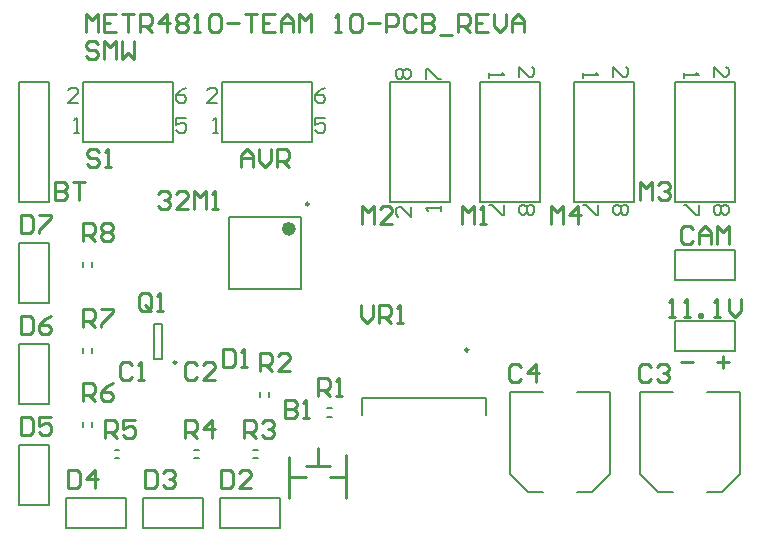
<source format=gto>
G04 Layer_Color=65535*
%FSLAX24Y24*%
%MOIN*%
G70*
G01*
G75*
%ADD29C,0.0236*%
%ADD30C,0.0098*%
%ADD31C,0.0100*%
%ADD32C,0.0079*%
%ADD33C,0.0080*%
D29*
X8602Y10945D02*
G03*
X8602Y10945I-118J0D01*
G01*
D30*
X9154Y11772D02*
G03*
X9154Y11772I-49J0D01*
G01*
X14465Y6909D02*
G03*
X14465Y6909I-49J0D01*
G01*
X4734Y6496D02*
G03*
X4734Y6496I-49J0D01*
G01*
D31*
X8504Y1969D02*
Y3346D01*
X10394Y1969D02*
Y3396D01*
X9843Y2657D02*
X10394D01*
X8504D02*
X9055D01*
Y3051D02*
X9843D01*
X9449D02*
Y3642D01*
X2132Y17114D02*
X2032Y17214D01*
X1832D01*
X1732Y17114D01*
Y17014D01*
X1832Y16914D01*
X2032D01*
X2132Y16814D01*
Y16714D01*
X2032Y16614D01*
X1832D01*
X1732Y16714D01*
X2332Y16614D02*
Y17214D01*
X2532Y17014D01*
X2732Y17214D01*
Y16614D01*
X2932Y17214D02*
Y16614D01*
X3132Y16814D01*
X3332Y16614D01*
Y17214D01*
X1732Y17500D02*
Y18100D01*
X1932Y17900D01*
X2132Y18100D01*
Y17500D01*
X2732Y18100D02*
X2332D01*
Y17500D01*
X2732D01*
X2332Y17800D02*
X2532D01*
X2932Y18100D02*
X3332D01*
X3132D01*
Y17500D01*
X3532D02*
Y18100D01*
X3832D01*
X3932Y18000D01*
Y17800D01*
X3832Y17700D01*
X3532D01*
X3732D02*
X3932Y17500D01*
X4431D02*
Y18100D01*
X4132Y17800D01*
X4531D01*
X4731Y18000D02*
X4831Y18100D01*
X5031D01*
X5131Y18000D01*
Y17900D01*
X5031Y17800D01*
X5131Y17700D01*
Y17600D01*
X5031Y17500D01*
X4831D01*
X4731Y17600D01*
Y17700D01*
X4831Y17800D01*
X4731Y17900D01*
Y18000D01*
X4831Y17800D02*
X5031D01*
X5331Y17500D02*
X5531D01*
X5431D01*
Y18100D01*
X5331Y18000D01*
X5831D02*
X5931Y18100D01*
X6131D01*
X6231Y18000D01*
Y17600D01*
X6131Y17500D01*
X5931D01*
X5831Y17600D01*
Y18000D01*
X6431Y17800D02*
X6831D01*
X7031Y18100D02*
X7430D01*
X7230D01*
Y17500D01*
X8030Y18100D02*
X7630D01*
Y17500D01*
X8030D01*
X7630Y17800D02*
X7830D01*
X8230Y17500D02*
Y17900D01*
X8430Y18100D01*
X8630Y17900D01*
Y17500D01*
Y17800D01*
X8230D01*
X8830Y17500D02*
Y18100D01*
X9030Y17900D01*
X9230Y18100D01*
Y17500D01*
X10030D02*
X10230D01*
X10130D01*
Y18100D01*
X10030Y18000D01*
X10529D02*
X10629Y18100D01*
X10829D01*
X10929Y18000D01*
Y17600D01*
X10829Y17500D01*
X10629D01*
X10529Y17600D01*
Y18000D01*
X11129Y17800D02*
X11529D01*
X11729Y17500D02*
Y18100D01*
X12029D01*
X12129Y18000D01*
Y17800D01*
X12029Y17700D01*
X11729D01*
X12729Y18000D02*
X12629Y18100D01*
X12429D01*
X12329Y18000D01*
Y17600D01*
X12429Y17500D01*
X12629D01*
X12729Y17600D01*
X12929Y18100D02*
Y17500D01*
X13229D01*
X13329Y17600D01*
Y17700D01*
X13229Y17800D01*
X12929D01*
X13229D01*
X13329Y17900D01*
Y18000D01*
X13229Y18100D01*
X12929D01*
X13528Y17400D02*
X13928D01*
X14128Y17500D02*
Y18100D01*
X14428D01*
X14528Y18000D01*
Y17800D01*
X14428Y17700D01*
X14128D01*
X14328D02*
X14528Y17500D01*
X15128Y18100D02*
X14728D01*
Y17500D01*
X15128D01*
X14728Y17800D02*
X14928D01*
X15328Y18100D02*
Y17700D01*
X15528Y17500D01*
X15728Y17700D01*
Y18100D01*
X15928Y17500D02*
Y17900D01*
X16128Y18100D01*
X16328Y17900D01*
Y17500D01*
Y17800D01*
X15928D01*
X21142Y8012D02*
X21342D01*
X21242D01*
Y8612D01*
X21142Y8512D01*
X21642Y8012D02*
X21842D01*
X21742D01*
Y8612D01*
X21642Y8512D01*
X22141Y8012D02*
Y8112D01*
X22241D01*
Y8012D01*
X22141D01*
X22641D02*
X22841D01*
X22741D01*
Y8612D01*
X22641Y8512D01*
X23141Y8612D02*
Y8212D01*
X23341Y8012D01*
X23541Y8212D01*
Y8612D01*
X8366Y5226D02*
Y4626D01*
X8666D01*
X8766Y4726D01*
Y4826D01*
X8666Y4926D01*
X8366D01*
X8666D01*
X8766Y5026D01*
Y5126D01*
X8666Y5226D01*
X8366D01*
X8966Y4626D02*
X9166D01*
X9066D01*
Y5226D01*
X8966Y5126D01*
X21955Y10933D02*
X21855Y11033D01*
X21655D01*
X21555Y10933D01*
Y10533D01*
X21655Y10433D01*
X21855D01*
X21955Y10533D01*
X22155Y10433D02*
Y10833D01*
X22355Y11033D01*
X22555Y10833D01*
Y10433D01*
Y10733D01*
X22155D01*
X22755Y10433D02*
Y11033D01*
X22955Y10833D01*
X23155Y11033D01*
Y10433D01*
X21565Y6491D02*
X21965D01*
X22765D02*
X23164D01*
X22965Y6691D02*
Y6291D01*
X5420Y6405D02*
X5320Y6505D01*
X5120D01*
X5020Y6405D01*
Y6005D01*
X5120Y5906D01*
X5320D01*
X5420Y6005D01*
X6019Y5906D02*
X5619D01*
X6019Y6305D01*
Y6405D01*
X5919Y6505D01*
X5719D01*
X5619Y6405D01*
X3254D02*
X3154Y6505D01*
X2954D01*
X2854Y6405D01*
Y6005D01*
X2954Y5906D01*
X3154D01*
X3254Y6005D01*
X3454Y5906D02*
X3654D01*
X3554D01*
Y6505D01*
X3454Y6405D01*
X689Y12509D02*
Y11909D01*
X989D01*
X1089Y12009D01*
Y12109D01*
X989Y12209D01*
X689D01*
X989D01*
X1089Y12309D01*
Y12409D01*
X989Y12509D01*
X689D01*
X1289D02*
X1689D01*
X1489D01*
Y11909D01*
X2172Y13492D02*
X2072Y13592D01*
X1872D01*
X1772Y13492D01*
Y13392D01*
X1872Y13292D01*
X2072D01*
X2172Y13192D01*
Y13092D01*
X2072Y12992D01*
X1872D01*
X1772Y13092D01*
X2371Y12992D02*
X2571D01*
X2471D01*
Y13592D01*
X2371Y13492D01*
X4134Y12114D02*
X4234Y12214D01*
X4434D01*
X4534Y12114D01*
Y12014D01*
X4434Y11914D01*
X4334D01*
X4434D01*
X4534Y11814D01*
Y11714D01*
X4434Y11614D01*
X4234D01*
X4134Y11714D01*
X5134Y11614D02*
X4734D01*
X5134Y12014D01*
Y12114D01*
X5034Y12214D01*
X4834D01*
X4734Y12114D01*
X5333Y11614D02*
Y12214D01*
X5533Y12014D01*
X5733Y12214D01*
Y11614D01*
X5933D02*
X6133D01*
X6033D01*
Y12214D01*
X5933Y12114D01*
X20177Y11909D02*
Y12509D01*
X20377Y12309D01*
X20577Y12509D01*
Y11909D01*
X20777Y12409D02*
X20877Y12509D01*
X21077D01*
X21177Y12409D01*
Y12309D01*
X21077Y12209D01*
X20977D01*
X21077D01*
X21177Y12109D01*
Y12009D01*
X21077Y11909D01*
X20877D01*
X20777Y12009D01*
X17224Y11122D02*
Y11722D01*
X17424Y11522D01*
X17624Y11722D01*
Y11122D01*
X18124D02*
Y11722D01*
X17824Y11422D01*
X18224D01*
X14272Y11122D02*
Y11722D01*
X14472Y11522D01*
X14672Y11722D01*
Y11122D01*
X14871D02*
X15071D01*
X14971D01*
Y11722D01*
X14871Y11622D01*
X10925Y11122D02*
Y11722D01*
X11125Y11522D01*
X11325Y11722D01*
Y11122D01*
X11925D02*
X11525D01*
X11925Y11522D01*
Y11622D01*
X11825Y11722D01*
X11625D01*
X11525Y11622D01*
X6890Y12992D02*
Y13392D01*
X7090Y13592D01*
X7290Y13392D01*
Y12992D01*
Y13292D01*
X6890D01*
X7490Y13592D02*
Y13192D01*
X7690Y12992D01*
X7889Y13192D01*
Y13592D01*
X8089Y12992D02*
Y13592D01*
X8389D01*
X8489Y13492D01*
Y13292D01*
X8389Y13192D01*
X8089D01*
X8289D02*
X8489Y12992D01*
X10892Y8404D02*
Y8005D01*
X11092Y7805D01*
X11292Y8005D01*
Y8404D01*
X11492Y7805D02*
Y8404D01*
X11792D01*
X11892Y8304D01*
Y8105D01*
X11792Y8005D01*
X11492D01*
X11692D02*
X11892Y7805D01*
X12092D02*
X12292D01*
X12192D01*
Y8404D01*
X12092Y8304D01*
X1636Y10537D02*
Y11137D01*
X1936D01*
X2036Y11037D01*
Y10837D01*
X1936Y10737D01*
X1636D01*
X1836D02*
X2036Y10537D01*
X2236Y11037D02*
X2336Y11137D01*
X2536D01*
X2636Y11037D01*
Y10937D01*
X2536Y10837D01*
X2636Y10737D01*
Y10637D01*
X2536Y10537D01*
X2336D01*
X2236Y10637D01*
Y10737D01*
X2336Y10837D01*
X2236Y10937D01*
Y11037D01*
X2336Y10837D02*
X2536D01*
X1632Y7680D02*
Y8280D01*
X1932D01*
X2032Y8180D01*
Y7980D01*
X1932Y7880D01*
X1632D01*
X1832D02*
X2032Y7680D01*
X2231Y8280D02*
X2631D01*
Y8180D01*
X2231Y7780D01*
Y7680D01*
X1632Y5219D02*
Y5819D01*
X1932D01*
X2032Y5719D01*
Y5519D01*
X1932Y5419D01*
X1632D01*
X1832D02*
X2032Y5219D01*
X2631Y5819D02*
X2431Y5719D01*
X2231Y5519D01*
Y5319D01*
X2331Y5219D01*
X2531D01*
X2631Y5319D01*
Y5419D01*
X2531Y5519D01*
X2231D01*
X2361Y3980D02*
Y4580D01*
X2661D01*
X2761Y4480D01*
Y4280D01*
X2661Y4180D01*
X2361D01*
X2561D02*
X2761Y3980D01*
X3361Y4580D02*
X2961D01*
Y4280D01*
X3161Y4380D01*
X3261D01*
X3361Y4280D01*
Y4080D01*
X3261Y3980D01*
X3061D01*
X2961Y4080D01*
X5018Y3986D02*
Y4586D01*
X5318D01*
X5418Y4486D01*
Y4286D01*
X5318Y4186D01*
X5018D01*
X5218D02*
X5418Y3986D01*
X5918D02*
Y4586D01*
X5618Y4286D01*
X6018D01*
X6995Y3986D02*
Y4586D01*
X7295D01*
X7395Y4486D01*
Y4286D01*
X7295Y4186D01*
X6995D01*
X7195D02*
X7395Y3986D01*
X7595Y4486D02*
X7695Y4586D01*
X7894D01*
X7994Y4486D01*
Y4386D01*
X7894Y4286D01*
X7794D01*
X7894D01*
X7994Y4186D01*
Y4086D01*
X7894Y3986D01*
X7695D01*
X7595Y4086D01*
X7537Y6203D02*
Y6803D01*
X7837D01*
X7937Y6703D01*
Y6503D01*
X7837Y6403D01*
X7537D01*
X7737D02*
X7937Y6203D01*
X8537D02*
X8137D01*
X8537Y6603D01*
Y6703D01*
X8437Y6803D01*
X8237D01*
X8137Y6703D01*
X9449Y5362D02*
Y5961D01*
X9749D01*
X9849Y5861D01*
Y5661D01*
X9749Y5562D01*
X9449D01*
X9649D02*
X9849Y5362D01*
X10049D02*
X10249D01*
X10149D01*
Y5961D01*
X10049Y5861D01*
X3874Y8305D02*
Y8705D01*
X3774Y8805D01*
X3574D01*
X3474Y8705D01*
Y8305D01*
X3574Y8205D01*
X3774D01*
X3674Y8405D02*
X3874Y8205D01*
X3774D02*
X3874Y8305D01*
X4074Y8205D02*
X4274D01*
X4174D01*
Y8805D01*
X4074Y8705D01*
X-440Y11396D02*
Y10796D01*
X-140D01*
X-40Y10896D01*
Y11296D01*
X-140Y11396D01*
X-440D01*
X160D02*
X560D01*
Y11296D01*
X160Y10896D01*
Y10796D01*
X-444Y8030D02*
Y7431D01*
X-144D01*
X-44Y7531D01*
Y7930D01*
X-144Y8030D01*
X-444D01*
X556D02*
X356Y7930D01*
X156Y7731D01*
Y7531D01*
X256Y7431D01*
X456D01*
X556Y7531D01*
Y7631D01*
X456Y7731D01*
X156D01*
X-440Y4688D02*
Y4088D01*
X-140D01*
X-40Y4188D01*
Y4588D01*
X-140Y4688D01*
X-440D01*
X560D02*
X160D01*
Y4388D01*
X360Y4488D01*
X460D01*
X560Y4388D01*
Y4188D01*
X460Y4088D01*
X260D01*
X160Y4188D01*
X1124Y2916D02*
Y2316D01*
X1424D01*
X1524Y2416D01*
Y2816D01*
X1424Y2916D01*
X1124D01*
X2023Y2316D02*
Y2916D01*
X1724Y2616D01*
X2123D01*
X3679Y2916D02*
Y2316D01*
X3979D01*
X4079Y2416D01*
Y2816D01*
X3979Y2916D01*
X3679D01*
X4279Y2816D02*
X4379Y2916D01*
X4579D01*
X4679Y2816D01*
Y2716D01*
X4579Y2616D01*
X4479D01*
X4579D01*
X4679Y2516D01*
Y2416D01*
X4579Y2316D01*
X4379D01*
X4279Y2416D01*
X6237Y2916D02*
Y2316D01*
X6537D01*
X6637Y2416D01*
Y2816D01*
X6537Y2916D01*
X6237D01*
X7237Y2316D02*
X6837D01*
X7237Y2716D01*
Y2816D01*
X7137Y2916D01*
X6937D01*
X6837Y2816D01*
X6286Y6933D02*
Y6333D01*
X6586D01*
X6686Y6433D01*
Y6833D01*
X6586Y6933D01*
X6286D01*
X6886Y6333D02*
X7086D01*
X6986D01*
Y6933D01*
X6886Y6833D01*
X16235Y6346D02*
X16135Y6446D01*
X15935D01*
X15835Y6346D01*
Y5946D01*
X15935Y5846D01*
X16135D01*
X16235Y5946D01*
X16735Y5846D02*
Y6446D01*
X16435Y6146D01*
X16835D01*
X20566Y6346D02*
X20466Y6446D01*
X20266D01*
X20166Y6346D01*
Y5946D01*
X20266Y5846D01*
X20466D01*
X20566Y5946D01*
X20765Y6346D02*
X20865Y6446D01*
X21065D01*
X21165Y6346D01*
Y6246D01*
X21065Y6146D01*
X20965D01*
X21065D01*
X21165Y6046D01*
Y5946D01*
X21065Y5846D01*
X20865D01*
X20765Y5946D01*
D32*
X21350Y9244D02*
Y10244D01*
X23350D01*
Y9244D02*
Y10244D01*
X21350Y9244D02*
X23350D01*
X21350Y6882D02*
Y7882D01*
X23350D01*
Y6882D02*
Y7882D01*
X21350Y6882D02*
X23350D01*
X-500Y11844D02*
X500D01*
X-500D02*
Y15844D01*
X500Y11844D02*
Y15844D01*
X-500D02*
X500D01*
X4634Y13844D02*
Y15844D01*
X1634Y13844D02*
Y15844D01*
X4634D01*
X1634Y13844D02*
X4634D01*
X2717D02*
X4634D01*
X6476Y8937D02*
Y11339D01*
X8878Y8937D02*
Y11339D01*
X6476Y8937D02*
X8878D01*
X6476Y11339D02*
X8878D01*
X21350Y11850D02*
Y15850D01*
X23350Y11850D02*
Y15850D01*
X21350D02*
X23350D01*
X21350Y11850D02*
X23350D01*
X17998Y11854D02*
Y15854D01*
X19998Y11854D02*
Y15854D01*
X17998D02*
X19998D01*
X17998Y11854D02*
X19998D01*
X14858D02*
Y15854D01*
X16858Y11854D02*
Y15854D01*
X14858D02*
X16858D01*
X14858Y11854D02*
X16858D01*
X13856Y11844D02*
Y15844D01*
X11856Y11844D02*
Y15844D01*
Y11844D02*
X13856D01*
X11856Y15844D02*
X13856D01*
X9270Y13844D02*
Y15844D01*
X6270Y13844D02*
Y15844D01*
X9270D01*
X6270Y13844D02*
X9270D01*
X7353D02*
X9270D01*
X9764Y4685D02*
X9921D01*
X9764Y4961D02*
X9921D01*
X7539Y5335D02*
Y5492D01*
X7815Y5335D02*
Y5492D01*
X1909Y9665D02*
Y9823D01*
X1634Y9665D02*
Y9823D01*
Y6811D02*
Y6969D01*
X1909Y6811D02*
Y6969D01*
X2677Y3583D02*
X2835D01*
X2677Y3307D02*
X2835D01*
X5335Y3583D02*
X5492D01*
X5335Y3307D02*
X5492D01*
X7303D02*
X7461D01*
X7303Y3583D02*
X7461D01*
X10925Y4744D02*
Y5295D01*
X15059D01*
Y4744D02*
Y5295D01*
X-500Y8457D02*
X500D01*
X-500D02*
Y10457D01*
X500D01*
Y8457D02*
Y10457D01*
X-500Y5094D02*
X500D01*
X-500D02*
Y7094D01*
X500D01*
Y5094D02*
Y7094D01*
X-500Y3748D02*
X500D01*
Y1748D02*
Y3748D01*
X-500Y1748D02*
X500D01*
X-500D02*
Y3748D01*
X1059Y976D02*
Y1976D01*
X3059D01*
Y976D02*
Y1976D01*
X1059Y976D02*
X3059D01*
X3618D02*
Y1976D01*
X5618D01*
Y976D02*
Y1976D01*
X3618Y976D02*
X5618D01*
X6177D02*
Y1976D01*
X8177D01*
Y976D02*
Y1976D01*
X6177Y976D02*
X8177D01*
X4006Y7756D02*
X4262D01*
X4006Y6614D02*
Y7756D01*
Y6614D02*
X4262D01*
Y7756D01*
X23524Y2776D02*
Y5512D01*
X22421D02*
X23524D01*
X20177D02*
X21280D01*
X20177Y2776D02*
Y5512D01*
X22421Y2165D02*
X22913D01*
X23524Y2776D01*
X20177D02*
X20787Y2165D01*
X21280D01*
X19193Y2776D02*
Y5512D01*
X18091D02*
X19193D01*
X15846D02*
X16949D01*
X15846Y2776D02*
Y5512D01*
X18091Y2165D02*
X18583D01*
X19193Y2776D01*
X15846D02*
X16457Y2165D01*
X16949D01*
X1634Y4350D02*
Y4508D01*
X1909Y4350D02*
Y4508D01*
D33*
X5067Y15644D02*
X4900Y15561D01*
X4734Y15394D01*
Y15228D01*
X4817Y15144D01*
X4984D01*
X5067Y15228D01*
Y15311D01*
X4984Y15394D01*
X4734D01*
X5067Y14644D02*
X4734D01*
Y14394D01*
X4900Y14478D01*
X4984D01*
X5067Y14394D01*
Y14228D01*
X4984Y14144D01*
X4817D01*
X4734Y14228D01*
X1467Y15144D02*
X1134D01*
X1467Y15478D01*
Y15561D01*
X1384Y15644D01*
X1217D01*
X1134Y15561D01*
X1334Y14144D02*
X1500D01*
X1417D01*
Y14644D01*
X1334Y14561D01*
X22650Y16017D02*
Y16350D01*
X22984Y16017D01*
X23067D01*
X23150Y16100D01*
Y16267D01*
X23067Y16350D01*
X21650Y16150D02*
Y15984D01*
Y16067D01*
X22150D01*
X22067Y16150D01*
X22150Y11750D02*
Y11417D01*
X22067D01*
X21734Y11750D01*
X21650D01*
X23067D02*
X23150Y11667D01*
Y11500D01*
X23067Y11417D01*
X22984D01*
X22900Y11500D01*
X22817Y11417D01*
X22734D01*
X22650Y11500D01*
Y11667D01*
X22734Y11750D01*
X22817D01*
X22900Y11667D01*
X22984Y11750D01*
X23067D01*
X22900Y11667D02*
Y11500D01*
X19298Y16021D02*
Y16354D01*
X19631Y16021D01*
X19715D01*
X19798Y16104D01*
Y16271D01*
X19715Y16354D01*
X18298Y16154D02*
Y15988D01*
Y16071D01*
X18798D01*
X18715Y16154D01*
X18798Y11754D02*
Y11421D01*
X18715D01*
X18381Y11754D01*
X18298D01*
X19715D02*
X19798Y11671D01*
Y11504D01*
X19715Y11421D01*
X19631D01*
X19548Y11504D01*
X19465Y11421D01*
X19381D01*
X19298Y11504D01*
Y11671D01*
X19381Y11754D01*
X19465D01*
X19548Y11671D01*
X19631Y11754D01*
X19715D01*
X19548Y11671D02*
Y11504D01*
X16158Y16021D02*
Y16354D01*
X16491Y16021D01*
X16575D01*
X16658Y16104D01*
Y16271D01*
X16575Y16354D01*
X15158Y16154D02*
Y15988D01*
Y16071D01*
X15658D01*
X15575Y16154D01*
X15658Y11754D02*
Y11421D01*
X15575D01*
X15242Y11754D01*
X15158D01*
X16575D02*
X16658Y11671D01*
Y11504D01*
X16575Y11421D01*
X16491D01*
X16408Y11504D01*
X16325Y11421D01*
X16242D01*
X16158Y11504D01*
Y11671D01*
X16242Y11754D01*
X16325D01*
X16408Y11671D01*
X16491Y11754D01*
X16575D01*
X16408Y11671D02*
Y11504D01*
X12556Y11678D02*
Y11344D01*
X12223Y11678D01*
X12140D01*
X12056Y11594D01*
Y11428D01*
X12140Y11344D01*
X13556Y11544D02*
Y11711D01*
Y11628D01*
X13056D01*
X13140Y11544D01*
X13056Y15944D02*
Y16278D01*
X13140D01*
X13473Y15944D01*
X13556D01*
X12140D02*
X12056Y16028D01*
Y16194D01*
X12140Y16278D01*
X12223D01*
X12306Y16194D01*
X12390Y16278D01*
X12473D01*
X12556Y16194D01*
Y16028D01*
X12473Y15944D01*
X12390D01*
X12306Y16028D01*
X12223Y15944D01*
X12140D01*
X12306Y16028D02*
Y16194D01*
X9703Y15644D02*
X9536Y15561D01*
X9370Y15394D01*
Y15228D01*
X9453Y15144D01*
X9620D01*
X9703Y15228D01*
Y15311D01*
X9620Y15394D01*
X9370D01*
X9703Y14644D02*
X9370D01*
Y14394D01*
X9536Y14478D01*
X9620D01*
X9703Y14394D01*
Y14228D01*
X9620Y14144D01*
X9453D01*
X9370Y14228D01*
X6103Y15144D02*
X5770D01*
X6103Y15478D01*
Y15561D01*
X6020Y15644D01*
X5853D01*
X5770Y15561D01*
X5970Y14144D02*
X6136D01*
X6053D01*
Y14644D01*
X5970Y14561D01*
M02*

</source>
